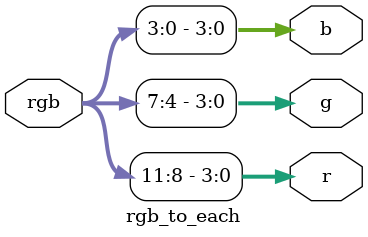
<source format=v>
`timescale 1ns / 1ps

module rgb_to_each(
    input [11:0] rgb,	// rgb values (red-green-blue)
    output [3:0] r,		// r value (red)
    output [3:0] g,		// g value (green)
    output [3:0] b		// b value (blue)
    );
    
    assign r = rgb[11:8];
    assign g = rgb[7:4];
    assign b = rgb[3:0];
    
endmodule

</source>
